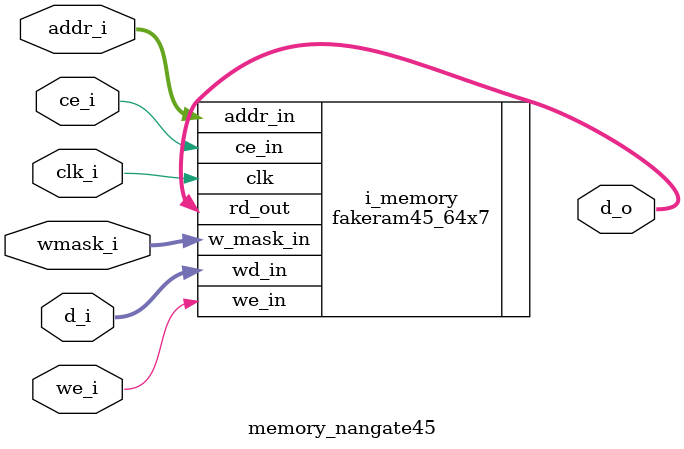
<source format=v>
module memory_nangate45(
    input  wire clk_i,
    input  wire we_i,
    input  wire ce_i,
    input  wire [5:0] addr_i,
    input  wire [6:0] d_i,
    input  wire [6:0] wmask_i,
    output wire [6:0] d_o
);

    fakeram45_64x7 i_memory (
        .clk(clk_i),
        .we_in(we_i),
        .ce_in(ce_i),
        .addr_in(addr_i),
        .wd_in(d_i),
        .w_mask_in(wmask_i),
        .rd_out(d_o)
    );

endmodule

</source>
